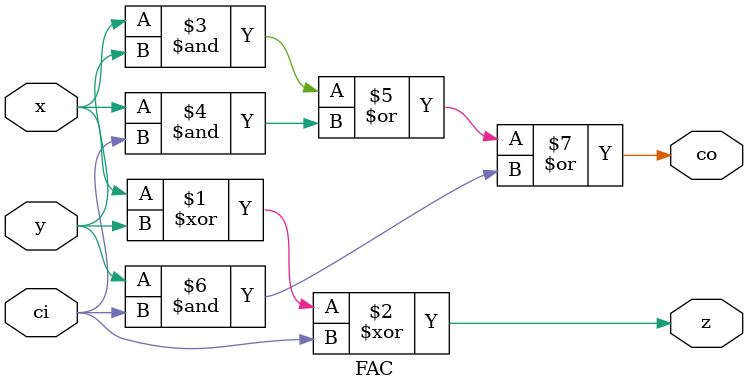
<source format=v>
module FAC(
    input ci, x, y, 
    output z, co 
);
    assign z = x ^ y ^ ci;
    assign co = (x & y) | (x & ci) | (y & ci);
endmodule
</source>
